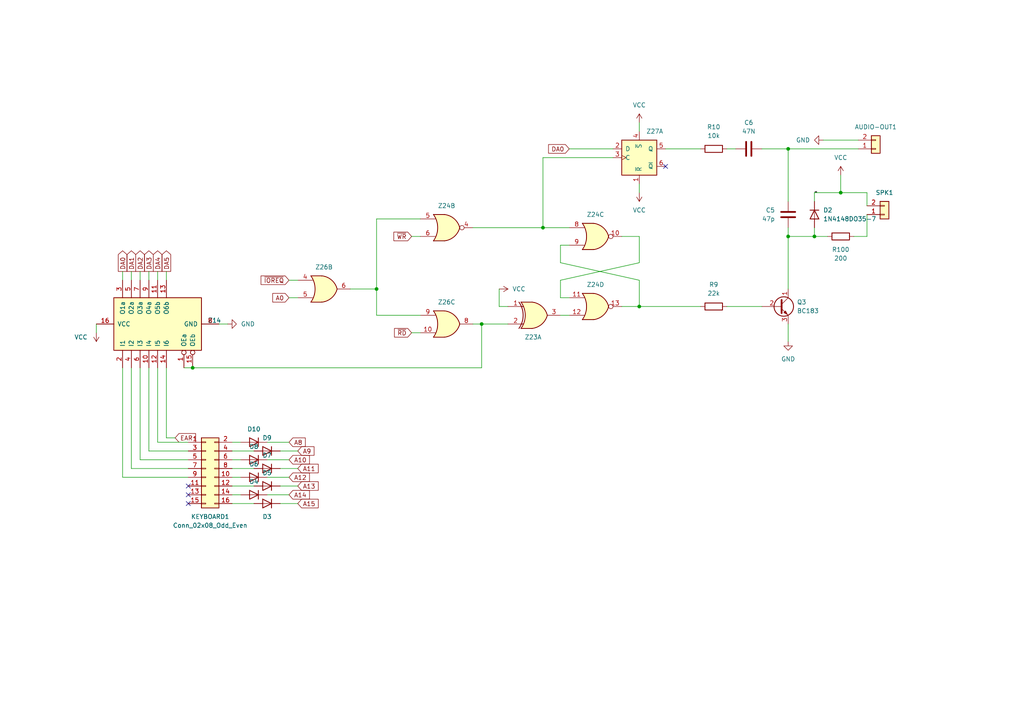
<source format=kicad_sch>
(kicad_sch (version 20211123) (generator eeschema)
  (paper "A4")
  (title_block (title "ACE2NOKB") (date "2019-09-17") (rev "Beta") (company "Ontobus") (comment 1 "John Bradley") (comment 2 "https://creativecommons.org/licenses/by-nc-sa/4.0/") (comment 3 "Attribution-NonCommercial-ShareAlike 4.0 International License.") (comment 4 "This work is licensed under a Creative Commons "))
  (lib_symbols
    (symbol "74xx:74HCT02" (pin_names (offset 1.016))
      (property "Reference" "U" (at 0 1.27 0))
      (property "Value" "74HCT02" (at 0 -1.27 0))
      (symbol "74HCT02_1_1"
        (arc (start -3.81 -3.81) (mid -2.589 0) (end -3.81 3.81) (stroke (width 0.254)))
        (arc (start -0.6096 -3.81) (mid 2.1842 -2.5851) (end 3.81 0) (stroke (width 0.254)) (fill (type background)))
        (polyline (pts (xy -3.81 -3.81) (xy -0.635 -3.81)) (stroke (width 0.254)) (fill (type background)))
        (polyline (pts (xy -3.81 3.81) (xy -0.635 3.81)) (stroke (width 0.254)) (fill (type background)))
        (polyline (pts (xy -0.635 3.81) (xy -3.81 3.81) (xy -3.81 3.81) (xy -3.556 3.4036) (xy -3.0226 2.2606) (xy -2.6924 1.0414) (xy -2.6162 -0.254) (xy -2.7686 -1.4986) (xy -3.175 -2.7178) (xy -3.81 -3.81) (xy -3.81 -3.81) (xy -0.635 -3.81)) (stroke (width -25.4)) (fill (type background)))
        (arc (start 3.81 0) (mid 2.1915 2.5936) (end -0.6096 3.81) (stroke (width 0.254)) (fill (type background)))
        (pin output inverted (at 7.62 0 180) (length 3.81) (name "~") (number "1"))
        (pin input line (at -7.62 2.54 0) (length 4.318) (name "~") (number "2"))
        (pin input line (at -7.62 -2.54 0) (length 4.318) (name "~") (number "3"))
      )
      (symbol "74HCT02_1_2"
        (arc (start 0 -3.81) (mid 3.81 0) (end 0 3.81) (stroke (width 0.254)) (fill (type background)))
        (polyline (pts (xy 0 3.81) (xy -3.81 3.81) (xy -3.81 -3.81) (xy 0 -3.81)) (stroke (width 0.254)) (fill (type background)))
        (pin output line (at 7.62 0 180) (length 3.81) (name "~") (number "1"))
        (pin input inverted (at -7.62 2.54 0) (length 3.81) (name "~") (number "2"))
        (pin input inverted (at -7.62 -2.54 0) (length 3.81) (name "~") (number "3"))
      )
      (symbol "74HCT02_2_1"
        (arc (start -3.81 -3.81) (mid -2.589 0) (end -3.81 3.81) (stroke (width 0.254)))
        (arc (start -0.6096 -3.81) (mid 2.1842 -2.5851) (end 3.81 0) (stroke (width 0.254)) (fill (type background)))
        (polyline (pts (xy -3.81 -3.81) (xy -0.635 -3.81)) (stroke (width 0.254)) (fill (type background)))
        (polyline (pts (xy -3.81 3.81) (xy -0.635 3.81)) (stroke (width 0.254)) (fill (type background)))
        (polyline (pts (xy -0.635 3.81) (xy -3.81 3.81) (xy -3.81 3.81) (xy -3.556 3.4036) (xy -3.0226 2.2606) (xy -2.6924 1.0414) (xy -2.6162 -0.254) (xy -2.7686 -1.4986) (xy -3.175 -2.7178) (xy -3.81 -3.81) (xy -3.81 -3.81) (xy -0.635 -3.81)) (stroke (width -25.4)) (fill (type background)))
        (arc (start 3.81 0) (mid 2.1915 2.5936) (end -0.6096 3.81) (stroke (width 0.254)) (fill (type background)))
        (pin output inverted (at 7.62 0 180) (length 3.81) (name "~") (number "4"))
        (pin input line (at -7.62 2.54 0) (length 4.318) (name "~") (number "5"))
        (pin input line (at -7.62 -2.54 0) (length 4.318) (name "~") (number "6"))
      )
      (symbol "74HCT02_2_2"
        (arc (start 0 -3.81) (mid 3.81 0) (end 0 3.81) (stroke (width 0.254)) (fill (type background)))
        (polyline (pts (xy 0 3.81) (xy -3.81 3.81) (xy -3.81 -3.81) (xy 0 -3.81)) (stroke (width 0.254)) (fill (type background)))
        (pin output line (at 7.62 0 180) (length 3.81) (name "~") (number "4"))
        (pin input inverted (at -7.62 2.54 0) (length 3.81) (name "~") (number "5"))
        (pin input inverted (at -7.62 -2.54 0) (length 3.81) (name "~") (number "6"))
      )
      (symbol "74HCT02_3_1"
        (arc (start -3.81 -3.81) (mid -2.589 0) (end -3.81 3.81) (stroke (width 0.254)))
        (arc (start -0.6096 -3.81) (mid 2.1842 -2.5851) (end 3.81 0) (stroke (width 0.254)) (fill (type background)))
        (polyline (pts (xy -3.81 -3.81) (xy -0.635 -3.81)) (stroke (width 0.254)) (fill (type background)))
        (polyline (pts (xy -3.81 3.81) (xy -0.635 3.81)) (stroke (width 0.254)) (fill (type background)))
        (polyline (pts (xy -0.635 3.81) (xy -3.81 3.81) (xy -3.81 3.81) (xy -3.556 3.4036) (xy -3.0226 2.2606) (xy -2.6924 1.0414) (xy -2.6162 -0.254) (xy -2.7686 -1.4986) (xy -3.175 -2.7178) (xy -3.81 -3.81) (xy -3.81 -3.81) (xy -0.635 -3.81)) (stroke (width -25.4)) (fill (type background)))
        (arc (start 3.81 0) (mid 2.1915 2.5936) (end -0.6096 3.81) (stroke (width 0.254)) (fill (type background)))
        (pin output inverted (at 7.62 0 180) (length 3.81) (name "~") (number "10"))
        (pin input line (at -7.62 2.54 0) (length 4.318) (name "~") (number "8"))
        (pin input line (at -7.62 -2.54 0) (length 4.318) (name "~") (number "9"))
      )
      (symbol "74HCT02_3_2"
        (arc (start 0 -3.81) (mid 3.81 0) (end 0 3.81) (stroke (width 0.254)) (fill (type background)))
        (polyline (pts (xy 0 3.81) (xy -3.81 3.81) (xy -3.81 -3.81) (xy 0 -3.81)) (stroke (width 0.254)) (fill (type background)))
        (pin output line (at 7.62 0 180) (length 3.81) (name "~") (number "10"))
        (pin input inverted (at -7.62 2.54 0) (length 3.81) (name "~") (number "8"))
        (pin input inverted (at -7.62 -2.54 0) (length 3.81) (name "~") (number "9"))
      )
      (symbol "74HCT02_4_1"
        (arc (start -3.81 -3.81) (mid -2.589 0) (end -3.81 3.81) (stroke (width 0.254)))
        (arc (start -0.6096 -3.81) (mid 2.1842 -2.5851) (end 3.81 0) (stroke (width 0.254)) (fill (type background)))
        (polyline (pts (xy -3.81 -3.81) (xy -0.635 -3.81)) (stroke (width 0.254)) (fill (type background)))
        (polyline (pts (xy -3.81 3.81) (xy -0.635 3.81)) (stroke (width 0.254)) (fill (type background)))
        (polyline (pts (xy -0.635 3.81) (xy -3.81 3.81) (xy -3.81 3.81) (xy -3.556 3.4036) (xy -3.0226 2.2606) (xy -2.6924 1.0414) (xy -2.6162 -0.254) (xy -2.7686 -1.4986) (xy -3.175 -2.7178) (xy -3.81 -3.81) (xy -3.81 -3.81) (xy -0.635 -3.81)) (stroke (width -25.4)) (fill (type background)))
        (arc (start 3.81 0) (mid 2.1915 2.5936) (end -0.6096 3.81) (stroke (width 0.254)) (fill (type background)))
        (pin input line (at -7.62 2.54 0) (length 4.318) (name "~") (number "11"))
        (pin input line (at -7.62 -2.54 0) (length 4.318) (name "~") (number "12"))
        (pin output inverted (at 7.62 0 180) (length 3.81) (name "~") (number "13"))
      )
      (symbol "74HCT02_4_2"
        (arc (start 0 -3.81) (mid 3.81 0) (end 0 3.81) (stroke (width 0.254)) (fill (type background)))
        (polyline (pts (xy 0 3.81) (xy -3.81 3.81) (xy -3.81 -3.81) (xy 0 -3.81)) (stroke (width 0.254)) (fill (type background)))
        (pin input inverted (at -7.62 2.54 0) (length 3.81) (name "~") (number "11"))
        (pin input inverted (at -7.62 -2.54 0) (length 3.81) (name "~") (number "12"))
        (pin output line (at 7.62 0 180) (length 3.81) (name "~") (number "13"))
      )
      (symbol "74HCT02_5_0"
        (pin power_in line (at 0 12.7 270) (length 5.08) (name "VCC") (number "14"))
        (pin power_in line (at 0 -12.7 90) (length 5.08) (name "GND") (number "7"))
      )
      (symbol "74HCT02_5_1"
        (rectangle (start -5.08 7.62) (end 5.08 -7.62) (stroke (width 0.254)) (fill (type background)))
      )
    )
    (symbol "74xx:74LS32" (pin_names (offset 1.016))
      (property "Reference" "U" (at 0 1.27 0))
      (property "Value" "74LS32" (at 0 -1.27 0))
      (symbol "74LS32_1_1"
        (arc (start -3.81 -3.81) (mid -2.589 0) (end -3.81 3.81) (stroke (width 0.254)))
        (arc (start -0.6096 -3.81) (mid 2.1842 -2.5851) (end 3.81 0) (stroke (width 0.254)) (fill (type background)))
        (polyline (pts (xy -3.81 -3.81) (xy -0.635 -3.81)) (stroke (width 0.254)) (fill (type background)))
        (polyline (pts (xy -3.81 3.81) (xy -0.635 3.81)) (stroke (width 0.254)) (fill (type background)))
        (polyline (pts (xy -0.635 3.81) (xy -3.81 3.81) (xy -3.81 3.81) (xy -3.556 3.4036) (xy -3.0226 2.2606) (xy -2.6924 1.0414) (xy -2.6162 -0.254) (xy -2.7686 -1.4986) (xy -3.175 -2.7178) (xy -3.81 -3.81) (xy -3.81 -3.81) (xy -0.635 -3.81)) (stroke (width -25.4)) (fill (type background)))
        (arc (start 3.81 0) (mid 2.1915 2.5936) (end -0.6096 3.81) (stroke (width 0.254)) (fill (type background)))
        (pin input line (at -7.62 2.54 0) (length 4.318) (name "~") (number "1"))
        (pin input line (at -7.62 -2.54 0) (length 4.318) (name "~") (number "2"))
        (pin output line (at 7.62 0 180) (length 3.81) (name "~") (number "3"))
      )
      (symbol "74LS32_1_2"
        (arc (start 0 -3.81) (mid 3.81 0) (end 0 3.81) (stroke (width 0.254)) (fill (type background)))
        (polyline (pts (xy 0 3.81) (xy -3.81 3.81) (xy -3.81 -3.81) (xy 0 -3.81)) (stroke (width 0.254)) (fill (type background)))
        (pin input inverted (at -7.62 2.54 0) (length 3.81) (name "~") (number "1"))
        (pin input inverted (at -7.62 -2.54 0) (length 3.81) (name "~") (number "2"))
        (pin output inverted (at 7.62 0 180) (length 3.81) (name "~") (number "3"))
      )
      (symbol "74LS32_2_1"
        (arc (start -3.81 -3.81) (mid -2.589 0) (end -3.81 3.81) (stroke (width 0.254)))
        (arc (start -0.6096 -3.81) (mid 2.1842 -2.5851) (end 3.81 0) (stroke (width 0.254)) (fill (type background)))
        (polyline (pts (xy -3.81 -3.81) (xy -0.635 -3.81)) (stroke (width 0.254)) (fill (type background)))
        (polyline (pts (xy -3.81 3.81) (xy -0.635 3.81)) (stroke (width 0.254)) (fill (type background)))
        (polyline (pts (xy -0.635 3.81) (xy -3.81 3.81) (xy -3.81 3.81) (xy -3.556 3.4036) (xy -3.0226 2.2606) (xy -2.6924 1.0414) (xy -2.6162 -0.254) (xy -2.7686 -1.4986) (xy -3.175 -2.7178) (xy -3.81 -3.81) (xy -3.81 -3.81) (xy -0.635 -3.81)) (stroke (width -25.4)) (fill (type background)))
        (arc (start 3.81 0) (mid 2.1915 2.5936) (end -0.6096 3.81) (stroke (width 0.254)) (fill (type background)))
        (pin input line (at -7.62 2.54 0) (length 4.318) (name "~") (number "4"))
        (pin input line (at -7.62 -2.54 0) (length 4.318) (name "~") (number "5"))
        (pin output line (at 7.62 0 180) (length 3.81) (name "~") (number "6"))
      )
      (symbol "74LS32_2_2"
        (arc (start 0 -3.81) (mid 3.81 0) (end 0 3.81) (stroke (width 0.254)) (fill (type background)))
        (polyline (pts (xy 0 3.81) (xy -3.81 3.81) (xy -3.81 -3.81) (xy 0 -3.81)) (stroke (width 0.254)) (fill (type background)))
        (pin input inverted (at -7.62 2.54 0) (length 3.81) (name "~") (number "4"))
        (pin input inverted (at -7.62 -2.54 0) (length 3.81) (name "~") (number "5"))
        (pin output inverted (at 7.62 0 180) (length 3.81) (name "~") (number "6"))
      )
      (symbol "74LS32_3_1"
        (arc (start -3.81 -3.81) (mid -2.589 0) (end -3.81 3.81) (stroke (width 0.254)))
        (arc (start -0.6096 -3.81) (mid 2.1842 -2.5851) (end 3.81 0) (stroke (width 0.254)) (fill (type background)))
        (polyline (pts (xy -3.81 -3.81) (xy -0.635 -3.81)) (stroke (width 0.254)) (fill (type background)))
        (polyline (pts (xy -3.81 3.81) (xy -0.635 3.81)) (stroke (width 0.254)) (fill (type background)))
        (polyline (pts (xy -0.635 3.81) (xy -3.81 3.81) (xy -3.81 3.81) (xy -3.556 3.4036) (xy -3.0226 2.2606) (xy -2.6924 1.0414) (xy -2.6162 -0.254) (xy -2.7686 -1.4986) (xy -3.175 -2.7178) (xy -3.81 -3.81) (xy -3.81 -3.81) (xy -0.635 -3.81)) (stroke (width -25.4)) (fill (type background)))
        (arc (start 3.81 0) (mid 2.1915 2.5936) (end -0.6096 3.81) (stroke (width 0.254)) (fill (type background)))
        (pin input line (at -7.62 -2.54 0) (length 4.318) (name "~") (number "10"))
        (pin output line (at 7.62 0 180) (length 3.81) (name "~") (number "8"))
        (pin input line (at -7.62 2.54 0) (length 4.318) (name "~") (number "9"))
      )
      (symbol "74LS32_3_2"
        (arc (start 0 -3.81) (mid 3.81 0) (end 0 3.81) (stroke (width 0.254)) (fill (type background)))
        (polyline (pts (xy 0 3.81) (xy -3.81 3.81) (xy -3.81 -3.81) (xy 0 -3.81)) (stroke (width 0.254)) (fill (type background)))
        (pin input inverted (at -7.62 -2.54 0) (length 3.81) (name "~") (number "10"))
        (pin output inverted (at 7.62 0 180) (length 3.81) (name "~") (number "8"))
        (pin input inverted (at -7.62 2.54 0) (length 3.81) (name "~") (number "9"))
      )
      (symbol "74LS32_4_1"
        (arc (start -3.81 -3.81) (mid -2.589 0) (end -3.81 3.81) (stroke (width 0.254)))
        (arc (start -0.6096 -3.81) (mid 2.1842 -2.5851) (end 3.81 0) (stroke (width 0.254)) (fill (type background)))
        (polyline (pts (xy -3.81 -3.81) (xy -0.635 -3.81)) (stroke (width 0.254)) (fill (type background)))
        (polyline (pts (xy -3.81 3.81) (xy -0.635 3.81)) (stroke (width 0.254)) (fill (type background)))
        (polyline (pts (xy -0.635 3.81) (xy -3.81 3.81) (xy -3.81 3.81) (xy -3.556 3.4036) (xy -3.0226 2.2606) (xy -2.6924 1.0414) (xy -2.6162 -0.254) (xy -2.7686 -1.4986) (xy -3.175 -2.7178) (xy -3.81 -3.81) (xy -3.81 -3.81) (xy -0.635 -3.81)) (stroke (width -25.4)) (fill (type background)))
        (arc (start 3.81 0) (mid 2.1915 2.5936) (end -0.6096 3.81) (stroke (width 0.254)) (fill (type background)))
        (pin output line (at 7.62 0 180) (length 3.81) (name "~") (number "11"))
        (pin input line (at -7.62 2.54 0) (length 4.318) (name "~") (number "12"))
        (pin input line (at -7.62 -2.54 0) (length 4.318) (name "~") (number "13"))
      )
      (symbol "74LS32_4_2"
        (arc (start 0 -3.81) (mid 3.81 0) (end 0 3.81) (stroke (width 0.254)) (fill (type background)))
        (polyline (pts (xy 0 3.81) (xy -3.81 3.81) (xy -3.81 -3.81) (xy 0 -3.81)) (stroke (width 0.254)) (fill (type background)))
        (pin output inverted (at 7.62 0 180) (length 3.81) (name "~") (number "11"))
        (pin input inverted (at -7.62 2.54 0) (length 3.81) (name "~") (number "12"))
        (pin input inverted (at -7.62 -2.54 0) (length 3.81) (name "~") (number "13"))
      )
      (symbol "74LS32_5_0"
        (pin power_in line (at 0 12.7 270) (length 5.08) (name "VCC") (number "14"))
        (pin power_in line (at 0 -12.7 90) (length 5.08) (name "GND") (number "7"))
      )
      (symbol "74LS32_5_1"
        (rectangle (start -5.08 7.62) (end 5.08 -7.62) (stroke (width 0.254)) (fill (type background)))
      )
    )
    (symbol "74xx:74LS367" (pin_names (offset 1.016))
      (property "Reference" "U" (at -7.62 13.97 0))
      (property "Value" "74LS367" (at -7.62 -13.97 0))
      (symbol "74LS367_1_0"
        (pin input inverted (at -12.7 -7.62 0) (length 5.08) (name "OEa") (number "1"))
        (pin input line (at -12.7 2.54 0) (length 5.08) (name "I4") (number "10"))
        (pin tri_state line (at 12.7 0 180) (length 5.08) (name "O5b") (number "11"))
        (pin input line (at -12.7 0 0) (length 5.08) (name "I5") (number "12"))
        (pin tri_state line (at 12.7 -2.54 180) (length 5.08) (name "O6b") (number "13"))
        (pin input line (at -12.7 -2.54 0) (length 5.08) (name "I6") (number "14"))
        (pin input inverted (at -12.7 -10.16 0) (length 5.08) (name "OEb") (number "15"))
        (pin power_in line (at 0 17.78 270) (length 5.08) (name "VCC") (number "16"))
        (pin input line (at -12.7 10.16 0) (length 5.08) (name "I1") (number "2"))
        (pin tri_state line (at 12.7 10.16 180) (length 5.08) (name "O1a") (number "3"))
        (pin input line (at -12.7 7.62 0) (length 5.08) (name "I2") (number "4"))
        (pin tri_state line (at 12.7 7.62 180) (length 5.08) (name "O2a") (number "5"))
        (pin input line (at -12.7 5.08 0) (length 5.08) (name "I3") (number "6"))
        (pin tri_state line (at 12.7 5.08 180) (length 5.08) (name "O3a") (number "7"))
        (pin power_in line (at 0 -17.78 90) (length 5.08) (name "GND") (number "8"))
        (pin tri_state line (at 12.7 2.54 180) (length 5.08) (name "O4a") (number "9"))
      )
      (symbol "74LS367_1_1"
        (rectangle (start -7.62 12.7) (end 7.62 -12.7) (stroke (width 0.254)) (fill (type background)))
      )
    )
    (symbol "74xx:74LS74" (pin_names (offset 1.016))
      (property "Reference" "U" (at -7.62 8.89 0))
      (property "Value" "74LS74" (at -7.62 -8.89 0))
      (symbol "74LS74_1_0"
        (pin input line (at 0 -7.62 90) (length 2.54) (name "~{R}") (number "1"))
        (pin input line (at -7.62 2.54 0) (length 2.54) (name "D") (number "2"))
        (pin input clock (at -7.62 0 0) (length 2.54) (name "C") (number "3"))
        (pin input line (at 0 7.62 270) (length 2.54) (name "~{S}") (number "4"))
        (pin output line (at 7.62 2.54 180) (length 2.54) (name "Q") (number "5"))
        (pin output line (at 7.62 -2.54 180) (length 2.54) (name "~{Q}") (number "6"))
      )
      (symbol "74LS74_1_1"
        (rectangle (start -5.08 5.08) (end 5.08 -5.08) (stroke (width 0.254)) (fill (type background)))
      )
      (symbol "74LS74_2_0"
        (pin input line (at 0 7.62 270) (length 2.54) (name "~{S}") (number "10"))
        (pin input clock (at -7.62 0 0) (length 2.54) (name "C") (number "11"))
        (pin input line (at -7.62 2.54 0) (length 2.54) (name "D") (number "12"))
        (pin input line (at 0 -7.62 90) (length 2.54) (name "~{R}") (number "13"))
        (pin output line (at 7.62 -2.54 180) (length 2.54) (name "~{Q}") (number "8"))
        (pin output line (at 7.62 2.54 180) (length 2.54) (name "Q") (number "9"))
      )
      (symbol "74LS74_2_1"
        (rectangle (start -5.08 5.08) (end 5.08 -5.08) (stroke (width 0.254)) (fill (type background)))
      )
      (symbol "74LS74_3_0"
        (pin power_in line (at 0 10.16 270) (length 2.54) (name "VCC") (number "14"))
        (pin power_in line (at 0 -10.16 90) (length 2.54) (name "GND") (number "7"))
      )
      (symbol "74LS74_3_1"
        (rectangle (start -5.08 7.62) (end 5.08 -7.62) (stroke (width 0.254)) (fill (type background)))
      )
    )
    (symbol "74xx:74LS86" (pin_names (offset 1.016))
      (property "Reference" "U" (at 0 1.27 0))
      (property "Value" "74LS86" (at 0 -1.27 0))
      (symbol "74LS86_1_0"
        (arc (start -4.4196 -3.81) (mid -3.2033 0) (end -4.4196 3.81) (stroke (width 0.254)))
        (arc (start -3.81 -3.81) (mid -2.589 0) (end -3.81 3.81) (stroke (width 0.254)))
        (arc (start -0.6096 -3.81) (mid 2.1842 -2.5851) (end 3.81 0) (stroke (width 0.254)) (fill (type background)))
        (polyline (pts (xy -3.81 -3.81) (xy -0.635 -3.81)) (stroke (width 0.254)) (fill (type background)))
        (polyline (pts (xy -3.81 3.81) (xy -0.635 3.81)) (stroke (width 0.254)) (fill (type background)))
        (polyline (pts (xy -0.635 3.81) (xy -3.81 3.81) (xy -3.81 3.81) (xy -3.556 3.4036) (xy -3.0226 2.2606) (xy -2.6924 1.0414) (xy -2.6162 -0.254) (xy -2.7686 -1.4986) (xy -3.175 -2.7178) (xy -3.81 -3.81) (xy -3.81 -3.81) (xy -0.635 -3.81)) (stroke (width -25.4)) (fill (type background)))
        (arc (start 3.81 0) (mid 2.1915 2.5936) (end -0.6096 3.81) (stroke (width 0.254)) (fill (type background)))
        (pin input line (at -7.62 2.54 0) (length 4.445) (name "~") (number "1"))
        (pin input line (at -7.62 -2.54 0) (length 4.445) (name "~") (number "2"))
        (pin output line (at 7.62 0 180) (length 3.81) (name "~") (number "3"))
      )
      (symbol "74LS86_1_1"
        (polyline (pts (xy -3.81 -2.54) (xy -3.175 -2.54)) (stroke (width 0.1524)))
        (polyline (pts (xy -3.81 2.54) (xy -3.175 2.54)) (stroke (width 0.1524)))
      )
      (symbol "74LS86_2_0"
        (arc (start -4.4196 -3.81) (mid -3.2033 0) (end -4.4196 3.81) (stroke (width 0.254)))
        (arc (start -3.81 -3.81) (mid -2.589 0) (end -3.81 3.81) (stroke (width 0.254)))
        (arc (start -0.6096 -3.81) (mid 2.1842 -2.5851) (end 3.81 0) (stroke (width 0.254)) (fill (type background)))
        (polyline (pts (xy -3.81 -3.81) (xy -0.635 -3.81)) (stroke (width 0.254)) (fill (type background)))
        (polyline (pts (xy -3.81 3.81) (xy -0.635 3.81)) (stroke (width 0.254)) (fill (type background)))
        (polyline (pts (xy -0.635 3.81) (xy -3.81 3.81) (xy -3.81 3.81) (xy -3.556 3.4036) (xy -3.0226 2.2606) (xy -2.6924 1.0414) (xy -2.6162 -0.254) (xy -2.7686 -1.4986) (xy -3.175 -2.7178) (xy -3.81 -3.81) (xy -3.81 -3.81) (xy -0.635 -3.81)) (stroke (width -25.4)) (fill (type background)))
        (arc (start 3.81 0) (mid 2.1915 2.5936) (end -0.6096 3.81) (stroke (width 0.254)) (fill (type background)))
        (pin input line (at -7.62 2.54 0) (length 4.445) (name "~") (number "4"))
        (pin input line (at -7.62 -2.54 0) (length 4.445) (name "~") (number "5"))
        (pin output line (at 7.62 0 180) (length 3.81) (name "~") (number "6"))
      )
      (symbol "74LS86_2_1"
        (polyline (pts (xy -3.81 -2.54) (xy -3.175 -2.54)) (stroke (width 0.1524)))
        (polyline (pts (xy -3.81 2.54) (xy -3.175 2.54)) (stroke (width 0.1524)))
      )
      (symbol "74LS86_3_0"
        (arc (start -4.4196 -3.81) (mid -3.2033 0) (end -4.4196 3.81) (stroke (width 0.254)))
        (arc (start -3.81 -3.81) (mid -2.589 0) (end -3.81 3.81) (stroke (width 0.254)))
        (arc (start -0.6096 -3.81) (mid 2.1842 -2.5851) (end 3.81 0) (stroke (width 0.254)) (fill (type background)))
        (polyline (pts (xy -3.81 -3.81) (xy -0.635 -3.81)) (stroke (width 0.254)) (fill (type background)))
        (polyline (pts (xy -3.81 3.81) (xy -0.635 3.81)) (stroke (width 0.254)) (fill (type background)))
        (polyline (pts (xy -0.635 3.81) (xy -3.81 3.81) (xy -3.81 3.81) (xy -3.556 3.4036) (xy -3.0226 2.2606) (xy -2.6924 1.0414) (xy -2.6162 -0.254) (xy -2.7686 -1.4986) (xy -3.175 -2.7178) (xy -3.81 -3.81) (xy -3.81 -3.81) (xy -0.635 -3.81)) (stroke (width -25.4)) (fill (type background)))
        (arc (start 3.81 0) (mid 2.1915 2.5936) (end -0.6096 3.81) (stroke (width 0.254)) (fill (type background)))
        (pin input line (at -7.62 -2.54 0) (length 4.445) (name "~") (number "10"))
        (pin output line (at 7.62 0 180) (length 3.81) (name "~") (number "8"))
        (pin input line (at -7.62 2.54 0) (length 4.445) (name "~") (number "9"))
      )
      (symbol "74LS86_3_1"
        (polyline (pts (xy -3.81 -2.54) (xy -3.175 -2.54)) (stroke (width 0.1524)))
        (polyline (pts (xy -3.81 2.54) (xy -3.175 2.54)) (stroke (width 0.1524)))
      )
      (symbol "74LS86_4_0"
        (arc (start -4.4196 -3.81) (mid -3.2033 0) (end -4.4196 3.81) (stroke (width 0.254)))
        (arc (start -3.81 -3.81) (mid -2.589 0) (end -3.81 3.81) (stroke (width 0.254)))
        (arc (start -0.6096 -3.81) (mid 2.1842 -2.5851) (end 3.81 0) (stroke (width 0.254)) (fill (type background)))
        (polyline (pts (xy -3.81 -3.81) (xy -0.635 -3.81)) (stroke (width 0.254)) (fill (type background)))
        (polyline (pts (xy -3.81 3.81) (xy -0.635 3.81)) (stroke (width 0.254)) (fill (type background)))
        (polyline (pts (xy -0.635 3.81) (xy -3.81 3.81) (xy -3.81 3.81) (xy -3.556 3.4036) (xy -3.0226 2.2606) (xy -2.6924 1.0414) (xy -2.6162 -0.254) (xy -2.7686 -1.4986) (xy -3.175 -2.7178) (xy -3.81 -3.81) (xy -3.81 -3.81) (xy -0.635 -3.81)) (stroke (width -25.4)) (fill (type background)))
        (arc (start 3.81 0) (mid 2.1915 2.5936) (end -0.6096 3.81) (stroke (width 0.254)) (fill (type background)))
        (pin output line (at 7.62 0 180) (length 3.81) (name "~") (number "11"))
        (pin input line (at -7.62 2.54 0) (length 4.445) (name "~") (number "12"))
        (pin input line (at -7.62 -2.54 0) (length 4.445) (name "~") (number "13"))
      )
      (symbol "74LS86_4_1"
        (polyline (pts (xy -3.81 -2.54) (xy -3.175 -2.54)) (stroke (width 0.1524)))
        (polyline (pts (xy -3.81 2.54) (xy -3.175 2.54)) (stroke (width 0.1524)))
      )
      (symbol "74LS86_5_0"
        (pin power_in line (at 0 12.7 270) (length 5.08) (name "VCC") (number "14"))
        (pin power_in line (at 0 -12.7 90) (length 5.08) (name "GND") (number "7"))
      )
      (symbol "74LS86_5_1"
        (rectangle (start -5.08 7.62) (end 5.08 -7.62) (stroke (width 0.254)) (fill (type background)))
      )
    )
    (symbol "Connector_Generic:Conn_01x02" (pin_names (offset 1.016) hide)
      (property "Reference" "J" (at 0 2.54 0))
      (property "Value" "Conn_01x02" (at 0 -5.08 0))
      (symbol "Conn_01x02_1_1"
        (rectangle (start -1.27 -2.413) (end 0 -2.667) (stroke (width 0.1524)))
        (rectangle (start -1.27 0.127) (end 0 -0.127) (stroke (width 0.1524)))
        (rectangle (start -1.27 1.27) (end 1.27 -3.81) (stroke (width 0.254)) (fill (type background)))
        (pin passive line (at -5.08 0 0) (length 3.81) (name "Pin_1") (number "1"))
        (pin passive line (at -5.08 -2.54 0) (length 3.81) (name "Pin_2") (number "2"))
      )
    )
    (symbol "Connector_Generic:Conn_02x08_Odd_Even" (pin_names (offset 1.016) hide)
      (property "Reference" "J" (at 1.27 10.16 0))
      (property "Value" "Conn_02x08_Odd_Even" (at 1.27 -12.7 0))
      (symbol "Conn_02x08_Odd_Even_1_1"
        (rectangle (start -1.27 -10.033) (end 0 -10.287) (stroke (width 0.1524)))
        (rectangle (start -1.27 -7.493) (end 0 -7.747) (stroke (width 0.1524)))
        (rectangle (start -1.27 -4.953) (end 0 -5.207) (stroke (width 0.1524)))
        (rectangle (start -1.27 -2.413) (end 0 -2.667) (stroke (width 0.1524)))
        (rectangle (start -1.27 0.127) (end 0 -0.127) (stroke (width 0.1524)))
        (rectangle (start -1.27 2.667) (end 0 2.413) (stroke (width 0.1524)))
        (rectangle (start -1.27 5.207) (end 0 4.953) (stroke (width 0.1524)))
        (rectangle (start -1.27 7.747) (end 0 7.493) (stroke (width 0.1524)))
        (rectangle (start -1.27 8.89) (end 3.81 -11.43) (stroke (width 0.254)) (fill (type background)))
        (rectangle (start 3.81 -10.033) (end 2.54 -10.287) (stroke (width 0.1524)))
        (rectangle (start 3.81 -7.493) (end 2.54 -7.747) (stroke (width 0.1524)))
        (rectangle (start 3.81 -4.953) (end 2.54 -5.207) (stroke (width 0.1524)))
        (rectangle (start 3.81 -2.413) (end 2.54 -2.667) (stroke (width 0.1524)))
        (rectangle (start 3.81 0.127) (end 2.54 -0.127) (stroke (width 0.1524)))
        (rectangle (start 3.81 2.667) (end 2.54 2.413) (stroke (width 0.1524)))
        (rectangle (start 3.81 5.207) (end 2.54 4.953) (stroke (width 0.1524)))
        (rectangle (start 3.81 7.747) (end 2.54 7.493) (stroke (width 0.1524)))
        (pin passive line (at -5.08 7.62 0) (length 3.81) (name "Pin_1") (number "1"))
        (pin passive line (at 7.62 -2.54 180) (length 3.81) (name "Pin_10") (number "10"))
        (pin passive line (at -5.08 -5.08 0) (length 3.81) (name "Pin_11") (number "11"))
        (pin passive line (at 7.62 -5.08 180) (length 3.81) (name "Pin_12") (number "12"))
        (pin passive line (at -5.08 -7.62 0) (length 3.81) (name "Pin_13") (number "13"))
        (pin passive line (at 7.62 -7.62 180) (length 3.81) (name "Pin_14") (number "14"))
        (pin passive line (at -5.08 -10.16 0) (length 3.81) (name "Pin_15") (number "15"))
        (pin passive line (at 7.62 -10.16 180) (length 3.81) (name "Pin_16") (number "16"))
        (pin passive line (at 7.62 7.62 180) (length 3.81) (name "Pin_2") (number "2"))
        (pin passive line (at -5.08 5.08 0) (length 3.81) (name "Pin_3") (number "3"))
        (pin passive line (at 7.62 5.08 180) (length 3.81) (name "Pin_4") (number "4"))
        (pin passive line (at -5.08 2.54 0) (length 3.81) (name "Pin_5") (number "5"))
        (pin passive line (at 7.62 2.54 180) (length 3.81) (name "Pin_6") (number "6"))
        (pin passive line (at -5.08 0 0) (length 3.81) (name "Pin_7") (number "7"))
        (pin passive line (at 7.62 0 180) (length 3.81) (name "Pin_8") (number "8"))
        (pin passive line (at -5.08 -2.54 0) (length 3.81) (name "Pin_9") (number "9"))
      )
    )
    (symbol "Device:C" (pin_numbers hide) (pin_names (offset 0.254))
      (property "Reference" "C" (at 0.635 2.54 0))
      (property "Value" "C" (at 0.635 -2.54 0))
      (symbol "C_0_1"
        (polyline (pts (xy -2.032 -0.762) (xy 2.032 -0.762)) (stroke (width 0.508)))
        (polyline (pts (xy -2.032 0.762) (xy 2.032 0.762)) (stroke (width 0.508)))
      )
      (symbol "C_1_1"
        (pin passive line (at 0 3.81 270) (length 2.794) (name "~") (number "1"))
        (pin passive line (at 0 -3.81 90) (length 2.794) (name "~") (number "2"))
      )
    )
    (symbol "Device:Q_NPN_CBE" (pin_names (offset 0) hide)
      (property "Reference" "Q" (at 5.08 1.27 0))
      (property "Value" "Q_NPN_CBE" (at 5.08 -1.27 0))
      (symbol "Q_NPN_CBE_0_1"
        (polyline (pts (xy 0.635 0.635) (xy 2.54 2.54)))
        (polyline (pts (xy 0.635 -0.635) (xy 2.54 -2.54) (xy 2.54 -2.54)))
        (polyline (pts (xy 0.635 1.905) (xy 0.635 -1.905) (xy 0.635 -1.905)) (stroke (width 0.508)))
        (polyline (pts (xy 1.27 -1.778) (xy 1.778 -1.27) (xy 2.286 -2.286) (xy 1.27 -1.778) (xy 1.27 -1.778)) (fill (type outline)))
        (circle (center 1.27 0) (radius 2.8194) (stroke (width 0.254)))
      )
      (symbol "Q_NPN_CBE_1_1"
        (pin passive line (at 2.54 5.08 270) (length 2.54) (name "C") (number "1"))
        (pin input line (at -5.08 0 0) (length 5.715) (name "B") (number "2"))
        (pin passive line (at 2.54 -5.08 90) (length 2.54) (name "E") (number "3"))
      )
    )
    (symbol "Device:R" (pin_numbers hide) (pin_names (offset 0))
      (property "Reference" "R" (at 2.032 0 90))
      (property "Value" "R" (at 0 0 90))
      (symbol "R_0_1"
        (rectangle (start -1.016 -2.54) (end 1.016 2.54) (stroke (width 0.254)))
      )
      (symbol "R_1_1"
        (pin passive line (at 0 3.81 270) (length 1.27) (name "~") (number "1"))
        (pin passive line (at 0 -3.81 90) (length 1.27) (name "~") (number "2"))
      )
    )
    (symbol "Diode:1N4148" (pin_numbers hide) (pin_names (offset 1.016) hide)
      (property "Reference" "D" (at 0 2.54 0))
      (property "Value" "1N4148" (at 0 -2.54 0))
      (symbol "1N4148_0_1"
        (polyline (pts (xy -1.27 1.27) (xy -1.27 -1.27)) (stroke (width 0.254)))
        (polyline (pts (xy 1.27 0) (xy -1.27 0)))
        (polyline (pts (xy 1.27 1.27) (xy 1.27 -1.27) (xy -1.27 0) (xy 1.27 1.27)) (stroke (width 0.254)))
      )
      (symbol "1N4148_1_1"
        (pin passive line (at -3.81 0 0) (length 2.54) (name "K") (number "1"))
        (pin passive line (at 3.81 0 180) (length 2.54) (name "A") (number "2"))
      )
    )
    (symbol "power:GND" (power) (pin_names (offset 0))
      (property "Value" "GND" (at 0 -3.81 0))
      (symbol "GND_0_1"
        (polyline (pts (xy 0 0) (xy 0 -1.27) (xy 1.27 -1.27) (xy 0 -2.54) (xy -1.27 -1.27) (xy 0 -1.27)))
      )
      (symbol "GND_1_1"
        (pin power_in line (at 0 0 270) (length 0) hide (name "GND") (number "1"))
      )
    )
    (symbol "power:VCC" (power) (pin_names (offset 0))
      (property "Value" "VCC" (at 0 3.81 0))
      (symbol "VCC_0_1"
        (polyline (pts (xy -0.762 1.27) (xy 0 2.54)))
        (polyline (pts (xy 0 0) (xy 0 2.54)))
        (polyline (pts (xy 0 2.54) (xy 0.762 1.27)))
      )
      (symbol "VCC_1_1"
        (pin power_in line (at 0 0 90) (length 0) hide (name "VCC") (number "1"))
      )
    )
  )
  (junction (at 228.6 68.58))
  (junction (at 243.84 55.88))
  (junction (at 55.88 106.68))
  (junction (at 157.48 66.04))
  (junction (at 109.22 83.82))
  (junction (at 139.7 93.98))
  (junction (at 236.22 68.58))
  (junction (at 228.6 43.18))
  (junction (at 185.42 88.9))
  (no_connect (at 54.61 146.05))
  (no_connect (at 193.04 48.26))
  (no_connect (at 54.61 140.97))
  (no_connect (at 54.61 143.51))
  (wire (pts (xy 77.47 143.51) (xy 83.82 143.51)))
  (wire (pts (xy 162.56 91.44) (xy 165.1 91.44)))
  (wire (pts (xy 137.16 66.04) (xy 157.48 66.04)))
  (wire (pts (xy 185.42 68.58) (xy 185.42 76.2)))
  (wire (pts (xy 109.22 91.44) (xy 121.92 91.44)))
  (wire (pts (xy 228.6 93.98) (xy 228.6 99.06)))
  (wire (pts (xy 180.34 68.58) (xy 185.42 68.58)))
  (wire (pts (xy 185.42 81.28) (xy 185.42 88.9)))
  (wire (pts (xy 228.6 43.18) (xy 248.92 43.18)))
  (wire (pts (xy 35.56 81.28) (xy 35.56 78.74)))
  (wire (pts (xy 193.04 43.18) (xy 203.2 43.18)))
  (wire (pts (xy 55.88 106.68) (xy 139.7 106.68)))
  (wire (pts (xy 251.46 59.69) (xy 251.46 55.88)))
  (wire (pts (xy 251.46 68.58) (xy 247.65 68.58)))
  (wire (pts (xy 121.92 68.58) (xy 119.38 68.58)))
  (wire (pts (xy 73.66 130.81) (xy 67.31 130.81)))
  (wire (pts (xy 109.22 63.5) (xy 109.22 83.82)))
  (wire (pts (xy 48.26 81.28) (xy 48.26 78.74)))
  (wire (pts (xy 38.1 106.68) (xy 38.1 135.89)))
  (wire (pts (xy 147.32 88.9) (xy 144.78 88.9)))
  (wire (pts (xy 101.6 83.82) (xy 109.22 83.82)))
  (wire (pts (xy 121.92 96.52) (xy 119.38 96.52)))
  (wire (pts (xy 81.28 146.05) (xy 86.36 146.05)))
  (wire (pts (xy 77.47 138.43) (xy 83.82 138.43)))
  (wire (pts (xy 73.66 140.97) (xy 67.31 140.97)))
  (wire (pts (xy 162.56 76.2) (xy 162.56 71.12)))
  (wire (pts (xy 162.56 81.28) (xy 162.56 86.36)))
  (wire (pts (xy 43.18 106.68) (xy 43.18 130.81)))
  (wire (pts (xy 69.85 128.27) (xy 67.31 128.27)))
  (wire (pts (xy 45.72 106.68) (xy 45.72 128.27)))
  (wire (pts (xy 73.66 135.89) (xy 67.31 135.89)))
  (wire (pts (xy 43.18 81.28) (xy 43.18 78.74)))
  (wire (pts (xy 180.34 88.9) (xy 185.42 88.9)))
  (wire (pts (xy 54.61 128.27) (xy 45.72 128.27)))
  (wire (pts (xy 73.66 146.05) (xy 67.31 146.05)))
  (wire (pts (xy 35.56 106.68) (xy 35.56 138.43)))
  (wire (pts (xy 86.36 86.36) (xy 83.82 86.36)))
  (wire (pts (xy 54.61 130.81) (xy 43.18 130.81)))
  (wire (pts (xy 243.84 55.88) (xy 251.46 55.88)))
  (wire (pts (xy 162.56 86.36) (xy 165.1 86.36)))
  (wire (pts (xy 139.7 93.98) (xy 147.32 93.98)))
  (wire (pts (xy 220.98 43.18) (xy 228.6 43.18)))
  (wire (pts (xy 228.6 68.58) (xy 236.22 68.58)))
  (wire (pts (xy 243.84 55.88) (xy 243.84 50.8)))
  (wire (pts (xy 53.34 106.68) (xy 55.88 106.68)))
  (wire (pts (xy 144.78 88.9) (xy 144.78 83.82)))
  (wire (pts (xy 236.22 58.42) (xy 236.22 55.88)))
  (wire (pts (xy 220.98 88.9) (xy 210.82 88.9)))
  (wire (pts (xy 177.8 45.72) (xy 157.48 45.72)))
  (wire (pts (xy 38.1 81.28) (xy 38.1 78.74)))
  (wire (pts (xy 67.31 143.51) (xy 69.85 143.51)))
  (wire (pts (xy 81.28 135.89) (xy 86.36 135.89)))
  (wire (pts (xy 67.31 138.43) (xy 69.85 138.43)))
  (wire (pts (xy 185.42 53.34) (xy 185.42 55.88)))
  (wire (pts (xy 81.28 140.97) (xy 86.36 140.97)))
  (wire (pts (xy 185.42 76.2) (xy 162.56 81.28)))
  (wire (pts (xy 54.61 135.89) (xy 38.1 135.89)))
  (wire (pts (xy 77.47 133.35) (xy 83.82 133.35)))
  (wire (pts (xy 240.03 68.58) (xy 236.22 68.58)))
  (wire (pts (xy 48.26 127) (xy 50.8 127)))
  (wire (pts (xy 81.28 130.81) (xy 86.36 130.81)))
  (wire (pts (xy 121.92 63.5) (xy 109.22 63.5)))
  (wire (pts (xy 185.42 88.9) (xy 203.2 88.9)))
  (wire (pts (xy 137.16 93.98) (xy 139.7 93.98)))
  (wire (pts (xy 109.22 83.82) (xy 109.22 91.44)))
  (wire (pts (xy 236.22 66.04) (xy 236.22 68.58)))
  (wire (pts (xy 185.42 38.1) (xy 185.42 35.56)))
  (wire (pts (xy 139.7 93.98) (xy 139.7 106.68)))
  (wire (pts (xy 228.6 66.04) (xy 228.6 68.58)))
  (wire (pts (xy 236.22 55.88) (xy 243.84 55.88)))
  (wire (pts (xy 228.6 43.18) (xy 228.6 58.42)))
  (wire (pts (xy 157.48 66.04) (xy 165.1 66.04)))
  (wire (pts (xy 177.8 43.18) (xy 165.1 43.18)))
  (wire (pts (xy 251.46 62.23) (xy 251.46 68.58)))
  (wire (pts (xy 67.31 133.35) (xy 69.85 133.35)))
  (wire (pts (xy 27.94 93.98) (xy 27.94 96.52)))
  (wire (pts (xy 54.61 133.35) (xy 40.64 133.35)))
  (wire (pts (xy 40.64 106.68) (xy 40.64 133.35)))
  (wire (pts (xy 185.42 81.28) (xy 162.56 76.2)))
  (wire (pts (xy 63.5 93.98) (xy 66.04 93.98)))
  (wire (pts (xy 238.76 40.64) (xy 248.92 40.64)))
  (wire (pts (xy 228.6 68.58) (xy 228.6 83.82)))
  (wire (pts (xy 77.47 128.27) (xy 83.82 128.27)))
  (wire (pts (xy 54.61 138.43) (xy 35.56 138.43)))
  (wire (pts (xy 157.48 45.72) (xy 157.48 66.04)))
  (wire (pts (xy 210.82 43.18) (xy 213.36 43.18)))
  (wire (pts (xy 40.64 81.28) (xy 40.64 78.74)))
  (wire (pts (xy 86.36 81.28) (xy 83.82 81.28)))
  (wire (pts (xy 45.72 81.28) (xy 45.72 78.74)))
  (wire (pts (xy 48.26 127) (xy 48.26 106.68)))
  (wire (pts (xy 162.56 71.12) (xy 165.1 71.12)))
  (label "VCC" (at 236.22 55.88 0) (effects (font (size 0.254 0.254))))
  (global_label "A9" (shape input) (at 86.36 130.81 0) (property "Intersheet References" "${INTERSHEET_REFS}" (at 90.9823 130.7306 0) (effects (justify left))))
  (global_label "A8" (shape input) (at 83.82 128.27 0) (property "Intersheet References" "${INTERSHEET_REFS}" (at 88.4423 128.1906 0) (effects (justify left))))
  (global_label "~{IOREQ}" (shape input) (at 83.82 81.28 180) (property "Intersheet References" "${INTERSHEET_REFS}" (at 75.811 81.2006 0) (effects (justify right))))
  (global_label "DA4" (shape output) (at 45.72 78.74 90) (property "Intersheet References" "${INTERSHEET_REFS}" (at 45.6406 72.8477 90) (effects (justify left))))
  (global_label "DA0" (shape output) (at 35.56 78.74 90) (property "Intersheet References" "${INTERSHEET_REFS}" (at 35.4806 72.8477 90) (effects (justify left))))
  (global_label "EAR" (shape input) (at 50.8 127 0) (property "Intersheet References" "${INTERSHEET_REFS}" (at 56.6318 126.9206 0) (effects (justify left))))
  (global_label "DA5" (shape output) (at 48.26 78.74 90) (property "Intersheet References" "${INTERSHEET_REFS}" (at 48.1806 72.8477 90) (effects (justify left))))
  (global_label "A14" (shape input) (at 83.82 143.51 0) (property "Intersheet References" "${INTERSHEET_REFS}" (at 89.6518 143.4306 0) (effects (justify left))))
  (global_label "A10" (shape input) (at 83.82 133.35 0) (property "Intersheet References" "${INTERSHEET_REFS}" (at 89.6518 133.2706 0) (effects (justify left))))
  (global_label "DA2" (shape output) (at 40.64 78.74 90) (property "Intersheet References" "${INTERSHEET_REFS}" (at 40.5606 72.8477 90) (effects (justify left))))
  (global_label "A15" (shape input) (at 86.36 146.05 0) (property "Intersheet References" "${INTERSHEET_REFS}" (at 92.1918 145.9706 0) (effects (justify left))))
  (global_label "A13" (shape input) (at 86.36 140.97 0) (property "Intersheet References" "${INTERSHEET_REFS}" (at 92.1918 140.8906 0) (effects (justify left))))
  (global_label "DA0" (shape input) (at 165.1 43.18 180) (property "Intersheet References" "${INTERSHEET_REFS}" (at 159.2077 43.1006 0) (effects (justify right))))
  (global_label "~{RD}" (shape input) (at 119.38 96.52 180) (property "Intersheet References" "${INTERSHEET_REFS}" (at 114.5158 96.4406 0) (effects (justify right))))
  (global_label "DA3" (shape output) (at 43.18 78.74 90) (property "Intersheet References" "${INTERSHEET_REFS}" (at 43.1006 72.8477 90) (effects (justify left))))
  (global_label "DA1" (shape output) (at 38.1 78.74 90) (property "Intersheet References" "${INTERSHEET_REFS}" (at 38.0206 72.8477 90) (effects (justify left))))
  (global_label "A12" (shape input) (at 83.82 138.43 0) (property "Intersheet References" "${INTERSHEET_REFS}" (at 89.6518 138.3506 0) (effects (justify left))))
  (global_label "A11" (shape input) (at 86.36 135.89 0) (property "Intersheet References" "${INTERSHEET_REFS}" (at 92.1918 135.8106 0) (effects (justify left))))
  (global_label "A0" (shape input) (at 83.82 86.36 180) (property "Intersheet References" "${INTERSHEET_REFS}" (at 79.1977 86.2806 0) (effects (justify right))))
  (global_label "~{WR}" (shape input) (at 119.38 68.58 180) (property "Intersheet References" "${INTERSHEET_REFS}" (at 114.3344 68.5006 0) (effects (justify right))))
  (symbol (lib_id "power:VCC") (at 27.94 96.52 180) (unit 1)
    (property "Reference" "#~P+0107" (effects hide))
    (property "Value" "VCC" (at 25.4 97.7899 0) (effects (justify left)))
  )
  (symbol (lib_id "74xx:74LS86") (at 154.94 91.44 0) (unit 1)
    (property "Reference" "Z23" (at 154.6352 97.79 0))
    (property "Value" "SN74AHCT86N" (effects hide))
    (property "Footprint" "Package_DIP:DIP-14_W7.62mm" (effects hide))
    (property "Datasheet" "74xx/74ls86.pdf" (effects hide))
    (property "Manufacturer_Name" "Texas Instruments" (effects hide))
    (property "Manufacturer_Part_Number" "SN74AHCT86N" (effects hide))
  )
  (symbol (lib_id "power:VCC") (at 185.42 35.56 0) (unit 1)
    (property "Reference" "#~P+014" (effects hide))
    (property "Value" "VCC" (at 185.42 30.48 0))
  )
  (symbol (lib_id "Device:R") (at 243.84 68.58 270) (unit 1)
    (property "Reference" "R100" (at 243.84 72.39 90))
    (property "Value" "200" (at 243.84 74.93 90))
    (property "Footprint" "Resistor_THT:R_Axial_DIN0204_L3.6mm_D1.6mm_P1.90mm_Vertical" (effects hide))
    (property "Manufacturer_Name" "Vishay" (effects hide))
    (property "Manufacturer_Part_Number" "MBA02040C2000FRP00 " (effects hide))
  )
  (symbol (lib_id "Device:R") (at 207.01 43.18 270) (unit 1)
    (property "Reference" "R10" (at 207.01 36.83 90))
    (property "Value" "10k" (at 207.01 39.37 90))
    (property "Footprint" "Resistor_THT:R_Axial_DIN0204_L3.6mm_D1.6mm_P1.90mm_Vertical" (effects hide))
    (property "Manufacturer_Name" "Vishay" (effects hide))
    (property "Manufacturer_Part_Number" "MBA02040C1002FRP00 " (effects hide))
  )
  (symbol (lib_id "Diode:1N4148") (at 77.47 146.05 0) (mirror y) (unit 1)
    (property "Reference" "D3" (at 77.47 149.86 0))
    (property "Value" "1N4148DO35-7" (effects hide))
    (property "Footprint" "Diode_THT:D_DO-35_SOD27_P2.54mm_Vertical_AnodeUp" (effects hide))
    (property "Datasheet" "https://assets.nexperia.com/documents/data-sheet/1N4148_1N4448.pdf" (effects hide))
    (property "Manufacturer_Name" "ON Semiconductor" (effects hide))
    (property "Manufacturer_Part_Number" "1N4148" (effects hide))
  )
  (symbol (lib_id "power:VCC") (at 144.78 83.82 270) (unit 1)
    (property "Reference" "#~P+020" (effects hide))
    (property "Value" "VCC" (at 148.59 83.8199 90) (effects (justify left)))
  )
  (symbol (lib_id "Diode:1N4148") (at 73.66 138.43 0) (mirror y) (unit 1)
    (property "Reference" "D6" (at 73.66 134.62 0))
    (property "Value" "1N4148DO35-7" (effects hide))
    (property "Footprint" "Diode_THT:D_DO-35_SOD27_P2.54mm_Vertical_AnodeUp" (effects hide))
    (property "Datasheet" "https://assets.nexperia.com/documents/data-sheet/1N4148_1N4448.pdf" (effects hide))
    (property "Manufacturer_Name" "ON Semiconductor" (effects hide))
    (property "Manufacturer_Part_Number" "1N4148" (effects hide))
  )
  (symbol (lib_id "Diode:1N4148") (at 73.66 128.27 0) (mirror y) (unit 1)
    (property "Reference" "D10" (at 73.66 124.46 0))
    (property "Value" "1N4148DO35-7" (effects hide))
    (property "Footprint" "Diode_THT:D_DO-35_SOD27_P2.54mm_Vertical_AnodeUp" (effects hide))
    (property "Datasheet" "https://assets.nexperia.com/documents/data-sheet/1N4148_1N4448.pdf" (effects hide))
    (property "Manufacturer_Name" "ON Semiconductor" (effects hide))
    (property "Manufacturer_Part_Number" "1N4148" (effects hide))
  )
  (symbol (lib_id "power:GND") (at 228.6 99.06 0) (unit 1)
    (property "Reference" "#~SUPPLY019" (effects hide))
    (property "Value" "GND" (at 228.6 104.14 0))
  )
  (symbol (lib_id "Diode:1N4148") (at 236.22 62.23 270) (unit 1)
    (property "Reference" "D2" (at 238.76 60.9599 90) (effects (justify left)))
    (property "Value" "1N4148DO35-7" (at 238.76 63.4999 90) (effects (justify left)))
    (property "Footprint" "Diode_THT:D_DO-35_SOD27_P2.54mm_Vertical_AnodeUp" (effects hide))
    (property "Datasheet" "https://assets.nexperia.com/documents/data-sheet/1N4148_1N4448.pdf" (effects hide))
    (property "Manufacturer_Name" "ON Semiconductor" (effects hide))
    (property "Manufacturer_Part_Number" "1N4148" (effects hide))
  )
  (symbol (lib_id "74xx:74LS32") (at 129.54 93.98 0) (unit 3)
    (property "Reference" "Z26" (at 129.54 87.63 0))
    (property "Value" "SN74AHCT32N" (effects hide))
    (property "Datasheet" "http://www.ti.com/lit/gpn/sn74LS32" (effects hide))
    (property "Manufacturer_Name" "Texas Instruments" (effects hide))
    (property "Manufacturer_Part_Number" "SN74AHCT32N" (effects hide))
  )
  (symbol (lib_id "Device:C") (at 228.6 62.23 180) (unit 1)
    (property "Reference" "C5" (at 224.79 60.9599 0) (effects (justify left)))
    (property "Value" "47p" (at 224.79 63.4999 0) (effects (justify left)))
    (property "Footprint" "Capacitor_THT:C_Disc_D5.0mm_W2.5mm_P2.50mm" (effects hide))
    (property "Manufacturer_Name" "tdk" (effects hide))
    (property "Manufacturer_Part_Number" "FA18C0G1H470JNU00" (effects hide))
  )
  (symbol (lib_id "74xx:74LS367") (at 45.72 93.98 90) (unit 1)
    (property "Reference" "Z14" (at 62.23 92.9386 90))
    (property "Value" "SN74AHCT367N" (effects hide))
    (property "Footprint" "Package_DIP:DIP-16_W7.62mm" (effects hide))
    (property "Datasheet" "http://www.ti.com/lit/gpn/sn74LS367" (effects hide))
    (property "Manufacturer_Name" "Texas Instruments" (effects hide))
    (property "Manufacturer_Part_Number" "SN74LS367AN" (effects hide))
  )
  (symbol (lib_id "74xx:74LS74") (at 185.42 45.72 0) (unit 1)
    (property "Reference" "Z27" (at 187.4394 38.1 0) (effects (justify left)))
    (property "Value" "SN74AHCT74N" (effects hide))
    (property "Footprint" "Package_DIP:DIP-14_W7.62mm" (effects hide))
    (property "Datasheet" "74xx/74hc_hct74.pdf" (effects hide))
    (property "Manufacturer_Name" "Texas Instruments" (effects hide))
    (property "Manufacturer_Part_Number" "SN74AHCT74N" (effects hide))
  )
  (symbol (lib_id "power:VCC") (at 243.84 50.8 0) (unit 1)
    (property "Reference" "#~P+013" (effects hide))
    (property "Value" "VCC" (at 243.84 45.72 0))
  )
  (symbol (lib_id "74xx:74HCT02") (at 172.72 88.9 0) (unit 4)
    (property "Reference" "Z24" (at 172.72 82.55 0))
    (property "Value" "SN74AHCT02N" (effects hide))
    (property "Datasheet" "http://www.ti.com/lit/gpn/sn74hct02" (effects hide))
    (property "Manufacturer_Name" "Texas Instruments" (effects hide))
    (property "Manufacturer_Part_Number" "SN74AHCT02N" (effects hide))
  )
  (symbol (lib_id "74xx:74HCT02") (at 172.72 68.58 0) (unit 3)
    (property "Reference" "Z24" (at 172.72 62.23 0))
    (property "Value" "SN74AHCT02N" (effects hide))
    (property "Datasheet" "http://www.ti.com/lit/gpn/sn74hct02" (effects hide))
    (property "Manufacturer_Name" "Texas Instruments" (effects hide))
    (property "Manufacturer_Part_Number" "SN74AHCT02N" (effects hide))
  )
  (symbol (lib_id "Diode:1N4148") (at 73.66 133.35 0) (mirror y) (unit 1)
    (property "Reference" "D8" (at 73.66 129.54 0))
    (property "Value" "1N4148DO35-7" (effects hide))
    (property "Footprint" "Diode_THT:D_DO-35_SOD27_P2.54mm_Vertical_AnodeUp" (effects hide))
    (property "Datasheet" "https://assets.nexperia.com/documents/data-sheet/1N4148_1N4448.pdf" (effects hide))
    (property "Manufacturer_Name" "ON Semiconductor" (effects hide))
    (property "Manufacturer_Part_Number" "1N4148" (effects hide))
  )
  (symbol (lib_id "Device:Q_NPN_CBE") (at 226.06 88.9 0) (unit 1)
    (property "Reference" "Q3" (at 231.14 87.6299 0) (effects (justify left)))
    (property "Value" "BC183" (at 231.14 90.1699 0) (effects (justify left)))
    (property "Footprint" "Package_TO_SOT_THT:TO-92" (effects hide))
    (property "Manufacturer_Part_Number" "BC183" (effects hide))
  )
  (symbol (lib_id "power:VCC") (at 185.42 55.88 180) (unit 1)
    (property "Reference" "#~P+015" (effects hide))
    (property "Value" "VCC" (at 185.42 60.96 0))
  )
  (symbol (lib_id "Diode:1N4148") (at 77.47 140.97 0) (mirror y) (unit 1)
    (property "Reference" "D5" (at 77.47 137.16 0))
    (property "Value" "1N4148DO35-7" (effects hide))
    (property "Footprint" "Diode_THT:D_DO-35_SOD27_P2.54mm_Vertical_AnodeUp" (effects hide))
    (property "Datasheet" "https://assets.nexperia.com/documents/data-sheet/1N4148_1N4448.pdf" (effects hide))
    (property "Manufacturer_Name" "ON Semiconductor" (effects hide))
    (property "Manufacturer_Part_Number" "1N4148" (effects hide))
  )
  (symbol (lib_id "Device:R") (at 207.01 88.9 270) (unit 1)
    (property "Reference" "R9" (at 207.01 82.55 90))
    (property "Value" "22k" (at 207.01 85.09 90))
    (property "Footprint" "Resistor_THT:R_Axial_DIN0204_L3.6mm_D1.6mm_P1.90mm_Vertical" (effects hide))
    (property "Manufacturer_Name" "Vishay" (effects hide))
    (property "Manufacturer_Part_Number" "MBA02040C2202FRP00" (effects hide))
  )
  (symbol (lib_id "power:GND") (at 238.76 40.64 270) (unit 1)
    (property "Reference" "#~SUPPLY018" (effects hide))
    (property "Value" "GND" (at 234.95 40.6399 90) (effects (justify right)))
  )
  (symbol (lib_id "74xx:74LS32") (at 93.98 83.82 0) (unit 2)
    (property "Reference" "Z26" (at 93.98 77.47 0))
    (property "Value" "SN74AHCT32N" (effects hide))
    (property "Datasheet" "http://www.ti.com/lit/gpn/sn74LS32" (effects hide))
    (property "Manufacturer_Name" "Texas Instruments" (effects hide))
    (property "Manufacturer_Part_Number" "SN74AHCT32N" (effects hide))
  )
  (symbol (lib_id "Device:C") (at 217.17 43.18 90) (unit 1)
    (property "Reference" "C6" (at 217.17 35.56 90))
    (property "Value" "47N" (at 217.17 38.1 90))
    (property "Footprint" "Capacitor_THT:C_Disc_D5.0mm_W2.5mm_P2.50mm" (effects hide))
    (property "Manufacturer_Name" "vishay" (effects hide))
    (property "Manufacturer_Part_Number" "K473K15X7RF5TL2" (effects hide))
  )
  (symbol (lib_id "Diode:1N4148") (at 77.47 130.81 0) (mirror y) (unit 1)
    (property "Reference" "D9" (at 77.47 127 0))
    (property "Value" "1N4148DO35-7" (effects hide))
    (property "Footprint" "Diode_THT:D_DO-35_SOD27_P2.54mm_Vertical_AnodeUp" (effects hide))
    (property "Datasheet" "https://assets.nexperia.com/documents/data-sheet/1N4148_1N4448.pdf" (effects hide))
    (property "Manufacturer_Name" "ON Semiconductor" (effects hide))
    (property "Manufacturer_Part_Number" "1N4148" (effects hide))
  )
  (symbol (lib_id "Diode:1N4148") (at 73.66 143.51 0) (mirror y) (unit 1)
    (property "Reference" "D4" (at 73.66 139.7 0))
    (property "Value" "1N4148DO35-7" (effects hide))
    (property "Footprint" "Diode_THT:D_DO-35_SOD27_P2.54mm_Vertical_AnodeUp" (effects hide))
    (property "Datasheet" "https://assets.nexperia.com/documents/data-sheet/1N4148_1N4448.pdf" (effects hide))
    (property "Manufacturer_Name" "ON Semiconductor" (effects hide))
    (property "Manufacturer_Part_Number" "1N4148" (effects hide))
  )
  (symbol (lib_id "Diode:1N4148") (at 77.47 135.89 0) (mirror y) (unit 1)
    (property "Reference" "D7" (at 77.47 132.08 0))
    (property "Value" "1N4148DO35-7" (effects hide))
    (property "Footprint" "Diode_THT:D_DO-35_SOD27_P2.54mm_Vertical_AnodeUp" (effects hide))
    (property "Datasheet" "https://assets.nexperia.com/documents/data-sheet/1N4148_1N4448.pdf" (effects hide))
    (property "Manufacturer_Name" "ON Semiconductor" (effects hide))
    (property "Manufacturer_Part_Number" "1N4148" (effects hide))
  )
  (symbol (lib_id "74xx:74HCT02") (at 129.54 66.04 0) (unit 2)
    (property "Reference" "Z24" (at 129.54 59.69 0))
    (property "Value" "SN74AHCT02N" (effects hide))
    (property "Datasheet" "http://www.ti.com/lit/gpn/sn74hct02" (effects hide))
    (property "Manufacturer_Name" "Texas Instruments" (effects hide))
    (property "Manufacturer_Part_Number" "SN74AHCT02N" (effects hide))
  )
  (symbol (lib_id "Connector_Generic:Conn_01x02") (at 254 43.18 0) (mirror x) (unit 1)
    (property "Reference" "AUDIO-OUT1" (at 254 36.83 0))
    (property "Value" "Conn_01x02" (effects hide))
    (property "Footprint" "Connector_PinHeader_2.54mm:PinHeader_1x02_P2.54mm_Vertical" (effects hide))
    (property "Manufacturer_Name" "SAMTEC" (effects hide))
    (property "Manufacturer_Part_Number" "TSW–101–10–T–D–RA" (effects hide))
  )
  (symbol (lib_id "Connector_Generic:Conn_02x08_Odd_Even") (at 59.69 135.89 0) (unit 1)
    (property "Reference" "KEYBOARD1" (at 60.96 149.86 0))
    (property "Value" "Conn_02x08_Odd_Even" (at 60.96 152.4 0))
    (property "Footprint" "Connector_PinHeader_2.54mm:PinHeader_2x08_P2.54mm_Vertical" (effects hide))
    (property "Manufacturer_Name" "SAMTEC" (effects hide))
    (property "Manufacturer_Part_Number" "TSW–108–10–T–D–RA" (effects hide))
  )
  (symbol (lib_id "Connector_Generic:Conn_01x02") (at 256.54 62.23 0) (mirror x) (unit 1)
    (property "Reference" "SPK1" (at 256.54 55.88 0))
    (property "Value" "Conn_01x02" (effects hide))
    (property "Footprint" "Connector_PinHeader_2.54mm:PinHeader_1x02_P2.54mm_Vertical" (effects hide))
    (property "Manufacturer_Name" "SAMTEC" (effects hide))
    (property "Manufacturer_Part_Number" "TSW–101–10–T–D–RA" (effects hide))
  )
  (symbol (lib_id "power:GND") (at 66.04 93.98 90) (unit 1)
    (property "Reference" "#~SUPPLY0108" (effects hide))
    (property "Value" "GND" (at 69.85 93.9799 90) (effects (justify right)))
  )
)
</source>
